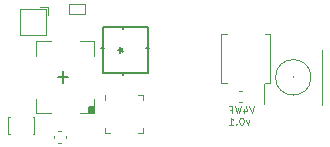
<source format=gbr>
%TF.GenerationSoftware,KiCad,Pcbnew,(7.0.0)*%
%TF.CreationDate,2023-07-05T17:24:14-07:00*%
%TF.ProjectId,Miniscope-v4-Wire-Free,4d696e69-7363-46f7-9065-2d76342d5769,rev?*%
%TF.SameCoordinates,Original*%
%TF.FileFunction,Legend,Bot*%
%TF.FilePolarity,Positive*%
%FSLAX46Y46*%
G04 Gerber Fmt 4.6, Leading zero omitted, Abs format (unit mm)*
G04 Created by KiCad (PCBNEW (7.0.0)) date 2023-07-05 17:24:14*
%MOMM*%
%LPD*%
G01*
G04 APERTURE LIST*
%ADD10C,0.120000*%
%ADD11C,0.080000*%
%ADD12C,0.150000*%
%ADD13C,0.100000*%
%ADD14C,0.152400*%
G04 APERTURE END LIST*
D10*
X106000000Y-62150000D02*
X106000000Y-66850000D01*
X105100000Y-64500000D02*
G75*
G03*
X105100000Y-64500000I-1500000J0D01*
G01*
X101104200Y-65068400D02*
X101100000Y-66800000D01*
D11*
X100285514Y-66946028D02*
X100085514Y-67546028D01*
X100085514Y-67546028D02*
X99885514Y-66946028D01*
X99428371Y-67146028D02*
X99428371Y-67546028D01*
X99571228Y-66917457D02*
X99714085Y-67346028D01*
X99714085Y-67346028D02*
X99342656Y-67346028D01*
X99171227Y-66946028D02*
X99028370Y-67546028D01*
X99028370Y-67546028D02*
X98914084Y-67117457D01*
X98914084Y-67117457D02*
X98799799Y-67546028D01*
X98799799Y-67546028D02*
X98656942Y-66946028D01*
X98228370Y-67231742D02*
X98428370Y-67231742D01*
X98428370Y-67546028D02*
X98428370Y-66946028D01*
X98428370Y-66946028D02*
X98142656Y-66946028D01*
X99876942Y-68118028D02*
X99734085Y-68518028D01*
X99734085Y-68518028D02*
X99591228Y-68118028D01*
X99248371Y-67918028D02*
X99191228Y-67918028D01*
X99191228Y-67918028D02*
X99134085Y-67946600D01*
X99134085Y-67946600D02*
X99105514Y-67975171D01*
X99105514Y-67975171D02*
X99076942Y-68032314D01*
X99076942Y-68032314D02*
X99048371Y-68146600D01*
X99048371Y-68146600D02*
X99048371Y-68289457D01*
X99048371Y-68289457D02*
X99076942Y-68403742D01*
X99076942Y-68403742D02*
X99105514Y-68460885D01*
X99105514Y-68460885D02*
X99134085Y-68489457D01*
X99134085Y-68489457D02*
X99191228Y-68518028D01*
X99191228Y-68518028D02*
X99248371Y-68518028D01*
X99248371Y-68518028D02*
X99305514Y-68489457D01*
X99305514Y-68489457D02*
X99334085Y-68460885D01*
X99334085Y-68460885D02*
X99362656Y-68403742D01*
X99362656Y-68403742D02*
X99391228Y-68289457D01*
X99391228Y-68289457D02*
X99391228Y-68146600D01*
X99391228Y-68146600D02*
X99362656Y-68032314D01*
X99362656Y-68032314D02*
X99334085Y-67975171D01*
X99334085Y-67975171D02*
X99305514Y-67946600D01*
X99305514Y-67946600D02*
X99248371Y-67918028D01*
X98791227Y-68460885D02*
X98762656Y-68489457D01*
X98762656Y-68489457D02*
X98791227Y-68518028D01*
X98791227Y-68518028D02*
X98819799Y-68489457D01*
X98819799Y-68489457D02*
X98791227Y-68460885D01*
X98791227Y-68460885D02*
X98791227Y-68518028D01*
X98191228Y-68518028D02*
X98534085Y-68518028D01*
X98362656Y-68518028D02*
X98362656Y-67918028D01*
X98362656Y-67918028D02*
X98419799Y-68003742D01*
X98419799Y-68003742D02*
X98476942Y-68060885D01*
X98476942Y-68060885D02*
X98534085Y-68089457D01*
D12*
%TO.C,U6*%
X88749580Y-62198200D02*
X88987676Y-62198200D01*
X88892438Y-61960105D02*
X88987676Y-62198200D01*
X88987676Y-62198200D02*
X88892438Y-62436295D01*
X89178152Y-62055343D02*
X88987676Y-62198200D01*
X88987676Y-62198200D02*
X89178152Y-62341057D01*
%TO.C,D1*%
X103625000Y-64500000D02*
G75*
G03*
X103625000Y-64500000I-20000J0D01*
G01*
D13*
%TO.C,C16*%
X99034000Y-65620200D02*
X99284000Y-65620200D01*
X99034000Y-66580200D02*
X99284000Y-66580200D01*
D10*
%TO.C,U8*%
X81826000Y-67559600D02*
X81826000Y-66324600D01*
X83061000Y-67559600D02*
X81826000Y-67559600D01*
X85531000Y-67559600D02*
X86766000Y-67559600D01*
X86766000Y-67559600D02*
X86766000Y-66324600D01*
D12*
X84121000Y-64989600D02*
X84121000Y-63989600D01*
X83696000Y-64489600D02*
X84496000Y-64489600D01*
D10*
X81826000Y-61419600D02*
X81826000Y-62654600D01*
X83061000Y-61419600D02*
X81826000Y-61419600D01*
X85531000Y-61419600D02*
X86766000Y-61419600D01*
X86766000Y-61419600D02*
X86766000Y-62654600D01*
G36*
X86746000Y-67539600D02*
G01*
X86296000Y-67539600D01*
X86296000Y-66989600D01*
X86746000Y-66989600D01*
X86746000Y-67539600D01*
G37*
D12*
X86746000Y-67539600D02*
X86296000Y-67539600D01*
X86296000Y-66989600D01*
X86746000Y-66989600D01*
X86746000Y-67539600D01*
D10*
%TO.C,U4*%
X82859000Y-58523300D02*
X82859000Y-59223300D01*
X82659000Y-60923300D02*
X82659000Y-58723300D01*
X82659000Y-58723300D02*
X80459000Y-58723300D01*
X82159000Y-58523300D02*
X82859000Y-58523300D01*
X80459000Y-60923300D02*
X82659000Y-60923300D01*
X80459000Y-58723300D02*
X80459000Y-60923300D01*
D13*
%TO.C,U9*%
X81648400Y-69285600D02*
X81648400Y-67885600D01*
X81648400Y-67885600D02*
X81538400Y-67885600D01*
X81538400Y-69285600D02*
X81648400Y-69285600D01*
X79598400Y-69285600D02*
X79488400Y-69285600D01*
X79488400Y-69285600D02*
X79488400Y-67885600D01*
X79488400Y-67885600D02*
X79598400Y-67885600D01*
%TO.C,U7*%
X83669600Y-69050800D02*
X83969600Y-69050800D01*
X84319600Y-69450800D02*
X84319600Y-69650800D01*
X83319600Y-69650800D02*
X83319600Y-69450800D01*
X83919600Y-70050800D02*
X83719600Y-70050800D01*
D14*
%TO.C,U6*%
X87489900Y-64141300D02*
X87489900Y-60255100D01*
X91274500Y-64141300D02*
X87489900Y-64141300D01*
X89182302Y-64014300D02*
X89182302Y-64268300D01*
X87611360Y-61998302D02*
X87362900Y-61998302D01*
X91153040Y-61998302D02*
X91401500Y-61998302D01*
X89182302Y-60382100D02*
X89182302Y-60128100D01*
X87489900Y-60255100D02*
X91274500Y-60255100D01*
X91274500Y-60255100D02*
X91274500Y-64141300D01*
D10*
%TO.C,U1*%
X90890600Y-66011100D02*
X90440600Y-66011100D01*
X90890600Y-66461100D02*
X90890600Y-66011100D01*
X87670600Y-66461100D02*
X87670600Y-66011100D01*
X90890600Y-68781100D02*
X90890600Y-69231100D01*
X87670600Y-68781100D02*
X87670600Y-69231100D01*
X90890600Y-69231100D02*
X90440600Y-69231100D01*
X87670600Y-69231100D02*
X88120600Y-69231100D01*
D13*
%TO.C,U2*%
X97485400Y-60794400D02*
X97485400Y-64954400D01*
X97485400Y-64954400D02*
X97955400Y-64954400D01*
X97955400Y-60794400D02*
X97485400Y-60794400D01*
X101175400Y-60794400D02*
X101645400Y-60794400D01*
X101645400Y-60794400D02*
X101645400Y-64954400D01*
X101645400Y-64954400D02*
X101175400Y-64954400D01*
D10*
%TO.C,Q2*%
X85940600Y-59141000D02*
X85940600Y-58261000D01*
X85940600Y-58261000D02*
X84640600Y-58261000D01*
X84640600Y-59141000D02*
X85940600Y-59141000D01*
X84640600Y-58261000D02*
X84640600Y-59141000D01*
%TD*%
M02*

</source>
